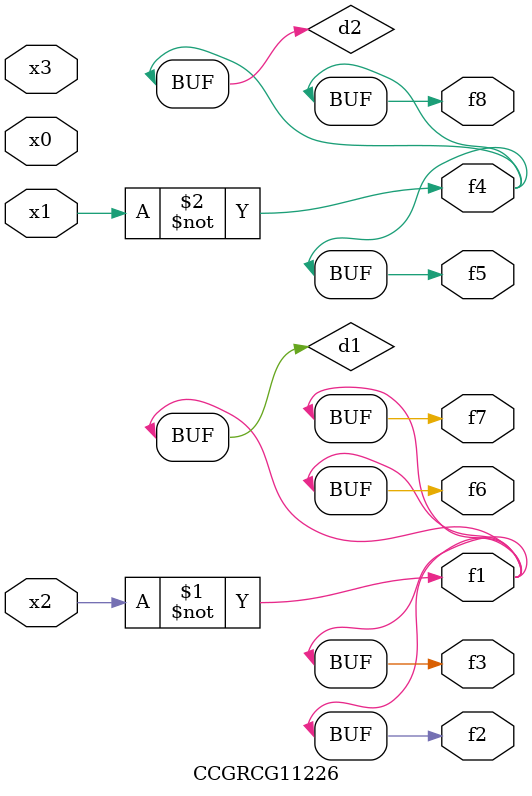
<source format=v>
module CCGRCG11226(
	input x0, x1, x2, x3,
	output f1, f2, f3, f4, f5, f6, f7, f8
);

	wire d1, d2;

	xnor (d1, x2);
	not (d2, x1);
	assign f1 = d1;
	assign f2 = d1;
	assign f3 = d1;
	assign f4 = d2;
	assign f5 = d2;
	assign f6 = d1;
	assign f7 = d1;
	assign f8 = d2;
endmodule

</source>
